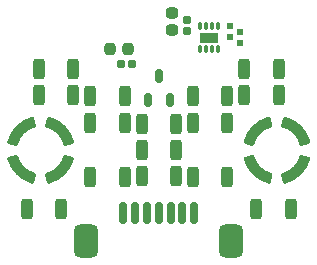
<source format=gtp>
G04*
G04 #@! TF.GenerationSoftware,Altium Limited,Altium Designer,22.3.1 (43)*
G04*
G04 Layer_Color=8421504*
%FSLAX43Y43*%
%MOMM*%
G71*
G04*
G04 #@! TF.SameCoordinates,F389CC65-E95C-4BCE-9A9B-47759D9C4056*
G04*
G04*
G04 #@! TF.FilePolarity,Positive*
G04*
G01*
G75*
%ADD11C,0.300*%
G04:AMPARAMS|DCode=12|XSize=1.01mm|YSize=1.73mm|CornerRadius=0.253mm|HoleSize=0mm|Usage=FLASHONLY|Rotation=180.000|XOffset=0mm|YOffset=0mm|HoleType=Round|Shape=RoundedRectangle|*
%AMROUNDEDRECTD12*
21,1,1.010,1.225,0,0,180.0*
21,1,0.505,1.730,0,0,180.0*
1,1,0.505,-0.253,0.613*
1,1,0.505,0.253,0.613*
1,1,0.505,0.253,-0.613*
1,1,0.505,-0.253,-0.613*
%
%ADD12ROUNDEDRECTD12*%
G04:AMPARAMS|DCode=13|XSize=1.9mm|YSize=0.6mm|CornerRadius=0.156mm|HoleSize=0mm|Usage=FLASHONLY|Rotation=270.000|XOffset=0mm|YOffset=0mm|HoleType=Round|Shape=RoundedRectangle|*
%AMROUNDEDRECTD13*
21,1,1.900,0.288,0,0,270.0*
21,1,1.588,0.600,0,0,270.0*
1,1,0.312,-0.144,-0.794*
1,1,0.312,-0.144,0.794*
1,1,0.312,0.144,0.794*
1,1,0.312,0.144,-0.794*
%
%ADD13ROUNDEDRECTD13*%
G04:AMPARAMS|DCode=14|XSize=2.8mm|YSize=2.1mm|CornerRadius=0.546mm|HoleSize=0mm|Usage=FLASHONLY|Rotation=270.000|XOffset=0mm|YOffset=0mm|HoleType=Round|Shape=RoundedRectangle|*
%AMROUNDEDRECTD14*
21,1,2.800,1.008,0,0,270.0*
21,1,1.708,2.100,0,0,270.0*
1,1,1.092,-0.504,-0.854*
1,1,1.092,-0.504,0.854*
1,1,1.092,0.504,0.854*
1,1,1.092,0.504,-0.854*
%
%ADD14ROUNDEDRECTD14*%
G04:AMPARAMS|DCode=15|XSize=0.68mm|YSize=0.7mm|CornerRadius=0.17mm|HoleSize=0mm|Usage=FLASHONLY|Rotation=0.000|XOffset=0mm|YOffset=0mm|HoleType=Round|Shape=RoundedRectangle|*
%AMROUNDEDRECTD15*
21,1,0.680,0.360,0,0,0.0*
21,1,0.340,0.700,0,0,0.0*
1,1,0.340,0.170,-0.180*
1,1,0.340,-0.170,-0.180*
1,1,0.340,-0.170,0.180*
1,1,0.340,0.170,0.180*
%
%ADD15ROUNDEDRECTD15*%
G04:AMPARAMS|DCode=16|XSize=0.95mm|YSize=1.02mm|CornerRadius=0.242mm|HoleSize=0mm|Usage=FLASHONLY|Rotation=270.000|XOffset=0mm|YOffset=0mm|HoleType=Round|Shape=RoundedRectangle|*
%AMROUNDEDRECTD16*
21,1,0.950,0.535,0,0,270.0*
21,1,0.466,1.020,0,0,270.0*
1,1,0.485,-0.268,-0.233*
1,1,0.485,-0.268,0.233*
1,1,0.485,0.268,0.233*
1,1,0.485,0.268,-0.233*
%
%ADD16ROUNDEDRECTD16*%
G04:AMPARAMS|DCode=17|XSize=0.95mm|YSize=1.02mm|CornerRadius=0.242mm|HoleSize=0mm|Usage=FLASHONLY|Rotation=0.000|XOffset=0mm|YOffset=0mm|HoleType=Round|Shape=RoundedRectangle|*
%AMROUNDEDRECTD17*
21,1,0.950,0.535,0,0,0.0*
21,1,0.466,1.020,0,0,0.0*
1,1,0.485,0.233,-0.268*
1,1,0.485,-0.233,-0.268*
1,1,0.485,-0.233,0.268*
1,1,0.485,0.233,0.268*
%
%ADD17ROUNDEDRECTD17*%
G04:AMPARAMS|DCode=18|XSize=0.57mm|YSize=0.58mm|CornerRadius=0.14mm|HoleSize=0mm|Usage=FLASHONLY|Rotation=90.000|XOffset=0mm|YOffset=0mm|HoleType=Round|Shape=RoundedRectangle|*
%AMROUNDEDRECTD18*
21,1,0.570,0.301,0,0,90.0*
21,1,0.291,0.580,0,0,90.0*
1,1,0.279,0.150,0.145*
1,1,0.279,0.150,-0.145*
1,1,0.279,-0.150,-0.145*
1,1,0.279,-0.150,0.145*
%
%ADD18ROUNDEDRECTD18*%
G04:AMPARAMS|DCode=19|XSize=0.68mm|YSize=0.7mm|CornerRadius=0.17mm|HoleSize=0mm|Usage=FLASHONLY|Rotation=270.000|XOffset=0mm|YOffset=0mm|HoleType=Round|Shape=RoundedRectangle|*
%AMROUNDEDRECTD19*
21,1,0.680,0.360,0,0,270.0*
21,1,0.340,0.700,0,0,270.0*
1,1,0.340,-0.180,-0.170*
1,1,0.340,-0.180,0.170*
1,1,0.340,0.180,0.170*
1,1,0.340,0.180,-0.170*
%
%ADD19ROUNDEDRECTD19*%
G04:AMPARAMS|DCode=20|XSize=0.61mm|YSize=0.28mm|CornerRadius=0.07mm|HoleSize=0mm|Usage=FLASHONLY|Rotation=270.000|XOffset=0mm|YOffset=0mm|HoleType=Round|Shape=RoundedRectangle|*
%AMROUNDEDRECTD20*
21,1,0.610,0.140,0,0,270.0*
21,1,0.470,0.280,0,0,270.0*
1,1,0.140,-0.070,-0.235*
1,1,0.140,-0.070,0.235*
1,1,0.140,0.070,0.235*
1,1,0.140,0.070,-0.235*
%
%ADD20ROUNDEDRECTD20*%
%ADD21R,1.600X0.900*%
G04:AMPARAMS|DCode=22|XSize=1.18mm|YSize=0.62mm|CornerRadius=0.161mm|HoleSize=0mm|Usage=FLASHONLY|Rotation=270.000|XOffset=0mm|YOffset=0mm|HoleType=Round|Shape=RoundedRectangle|*
%AMROUNDEDRECTD22*
21,1,1.180,0.298,0,0,270.0*
21,1,0.858,0.620,0,0,270.0*
1,1,0.322,-0.149,-0.429*
1,1,0.322,-0.149,0.429*
1,1,0.322,0.149,0.429*
1,1,0.322,0.149,-0.429*
%
%ADD22ROUNDEDRECTD22*%
D11*
X-9288Y-2656D02*
G03*
X-7344Y-712I-712J2656D01*
G01*
X-12656D02*
G03*
X-10712Y-2656I2656J712D01*
G01*
Y2656D02*
G03*
X-12656Y712I712J-2656D01*
G01*
X-7344D02*
G03*
X-9288Y2656I-2656J-712D01*
G01*
X-9392Y-2270D02*
G03*
X-7730Y-608I-608J2270D01*
G01*
X-12270D02*
G03*
X-10608Y-2270I2270J608D01*
G01*
Y2270D02*
G03*
X-12270Y608I608J-2270D01*
G01*
X-7730D02*
G03*
X-9392Y2270I-2270J-608D01*
G01*
X-9340Y-2463D02*
G03*
X-7537Y-660I-660J2463D01*
G01*
Y660D02*
G03*
X-9340Y2463I-2463J-660D01*
G01*
X-10660D02*
G03*
X-12463Y660I660J-2463D01*
G01*
Y-660D02*
G03*
X-10660Y-2463I2463J660D01*
G01*
X-9444Y-2077D02*
G03*
X-7923Y-556I-556J2077D01*
G01*
X-12077D02*
G03*
X-10556Y-2077I2077J556D01*
G01*
Y2077D02*
G03*
X-12077Y556I556J-2077D01*
G01*
X-7923D02*
G03*
X-9444Y2077I-2077J-556D01*
G01*
X12077Y556D02*
G03*
X10556Y2077I-2077J-556D01*
G01*
X9444D02*
G03*
X7923Y556I556J-2077D01*
G01*
Y-556D02*
G03*
X9444Y-2077I2077J556D01*
G01*
X10556D02*
G03*
X12077Y-556I-556J2077D01*
G01*
X7537Y-660D02*
G03*
X9340Y-2463I2463J660D01*
G01*
Y2463D02*
G03*
X7537Y660I660J-2463D01*
G01*
X12463D02*
G03*
X10660Y2463I-2463J-660D01*
G01*
Y-2463D02*
G03*
X12463Y-660I-660J2463D01*
G01*
X12270Y608D02*
G03*
X10608Y2270I-2270J-608D01*
G01*
X9392D02*
G03*
X7730Y608I608J-2270D01*
G01*
Y-608D02*
G03*
X9392Y-2270I2270J608D01*
G01*
X10608D02*
G03*
X12270Y-608I-608J2270D01*
G01*
X12656Y712D02*
G03*
X10712Y2656I-2656J-712D01*
G01*
X9288D02*
G03*
X7344Y712I712J-2656D01*
G01*
Y-712D02*
G03*
X9288Y-2656I2656J712D01*
G01*
X10712D02*
G03*
X12656Y-712I-712J2656D01*
G01*
X-9444Y2077D02*
X-9288Y2656D01*
X-7923Y556D02*
X-7344Y712D01*
X-7923Y-556D02*
X-7344Y-712D01*
X-9444Y-2077D02*
X-9288Y-2656D01*
X-10712D02*
X-10556Y-2077D01*
X-12656Y-712D02*
X-12077Y-556D01*
X-12656Y712D02*
X-12077Y556D01*
X-10712Y2656D02*
X-10556Y2077D01*
X9288Y2656D02*
X9444Y2077D01*
X7344Y712D02*
X7923Y556D01*
X7344Y-712D02*
X7923Y-556D01*
X9288Y-2656D02*
X9444Y-2077D01*
X10556D02*
X10712Y-2656D01*
X12077Y-556D02*
X12656Y-712D01*
X12077Y556D02*
X12656Y712D01*
X10556Y2077D02*
X10712Y2656D01*
D12*
X-11160Y-5000D02*
D03*
X-8240D02*
D03*
X-10160Y6850D02*
D03*
X-7240D02*
D03*
X-10160Y4650D02*
D03*
X-7240D02*
D03*
X-5810Y2300D02*
D03*
X-2890D02*
D03*
X-5810Y4600D02*
D03*
X-2890D02*
D03*
X-5810Y-2300D02*
D03*
X-2890D02*
D03*
X-1460Y2200D02*
D03*
X1460D02*
D03*
X-1460Y0D02*
D03*
X1460D02*
D03*
X-1460Y-2200D02*
D03*
X1460D02*
D03*
X7240Y4650D02*
D03*
X10160D02*
D03*
X2890Y-2300D02*
D03*
X5810D02*
D03*
X2890Y4600D02*
D03*
X5810D02*
D03*
X2890Y2300D02*
D03*
X5810D02*
D03*
X8240Y-5000D02*
D03*
X11160D02*
D03*
X7240Y6850D02*
D03*
X10160D02*
D03*
D13*
X-3000Y-5350D02*
D03*
X-2000D02*
D03*
X-1000Y-5350D02*
D03*
X0D02*
D03*
X1000D02*
D03*
X2000D02*
D03*
X3000Y-5350D02*
D03*
D14*
X-6150Y-7700D02*
D03*
X6150Y-7700D02*
D03*
D15*
X-2280Y7300D02*
D03*
X-3220D02*
D03*
D16*
X1125Y10165D02*
D03*
Y11635D02*
D03*
D17*
X-2640Y8600D02*
D03*
X-4110D02*
D03*
D18*
X6000Y10495D02*
D03*
Y9565D02*
D03*
X6900Y9965D02*
D03*
Y9035D02*
D03*
D19*
X2400Y10105D02*
D03*
Y11045D02*
D03*
D20*
X3475Y8570D02*
D03*
X3975D02*
D03*
X4475D02*
D03*
X4975D02*
D03*
Y10480D02*
D03*
X4475D02*
D03*
X3975D02*
D03*
X3475D02*
D03*
D21*
X4225Y9525D02*
D03*
D22*
X-950Y4240D02*
D03*
X950D02*
D03*
X0Y6310D02*
D03*
M02*

</source>
